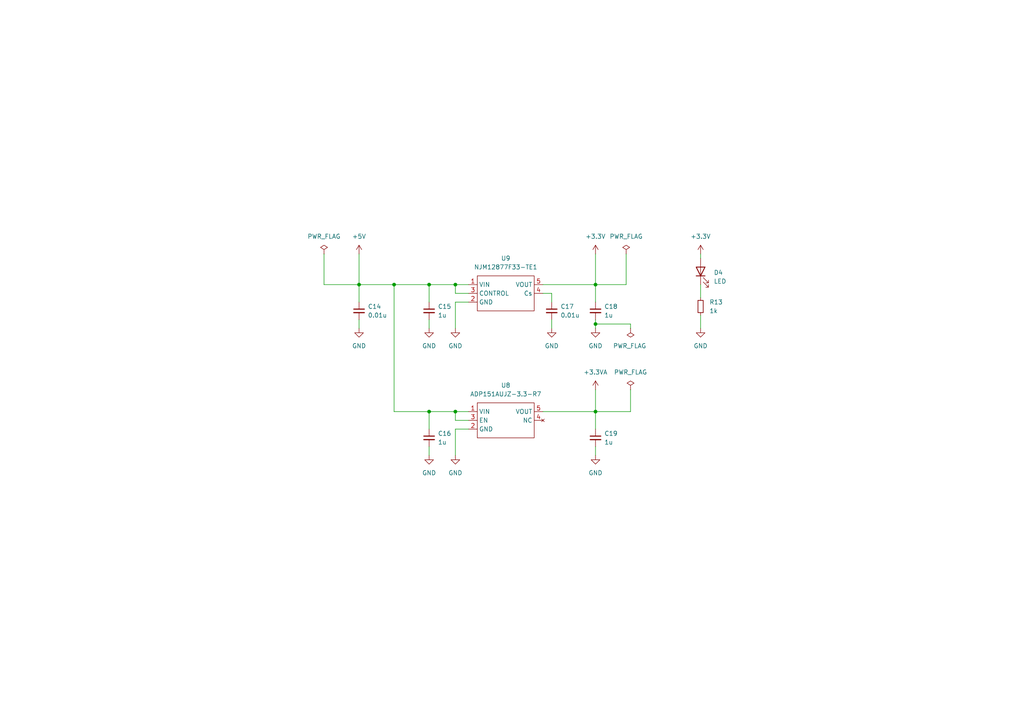
<source format=kicad_sch>
(kicad_sch (version 20211123) (generator eeschema)
  (paper "A4")
  (lib_symbols
    (symbol "Device:C_Small" (pin_numbers hide) (pin_names (offset 0.254) hide)
      (property "Reference" "C" (at 0.254 1.778 0))
      (property "Value" "C_Small" (at 0.254 -2.032 0))
      (symbol "C_Small_0_1"
        (polyline (pts (xy -1.524 -0.508) (xy 1.524 -0.508)) (stroke (width 0.3302)))
        (polyline (pts (xy -1.524 0.508) (xy 1.524 0.508)) (stroke (width 0.3048)))
      )
      (symbol "C_Small_1_1"
        (pin passive line (at 0 2.54 270) (length 2.032) (name "~") (number "1"))
        (pin passive line (at 0 -2.54 90) (length 2.032) (name "~") (number "2"))
      )
    )
    (symbol "Device:LED" (pin_numbers hide) (pin_names (offset 1.016) hide)
      (property "Reference" "D" (at 0 2.54 0))
      (property "Value" "LED" (at 0 -2.54 0))
      (symbol "LED_0_1"
        (polyline (pts (xy -1.27 -1.27) (xy -1.27 1.27)) (stroke (width 0.254)))
        (polyline (pts (xy -1.27 0) (xy 1.27 0)))
        (polyline (pts (xy 1.27 -1.27) (xy 1.27 1.27) (xy -1.27 0) (xy 1.27 -1.27)) (stroke (width 0.254)))
        (polyline (pts (xy -3.048 -0.762) (xy -4.572 -2.286) (xy -3.81 -2.286) (xy -4.572 -2.286) (xy -4.572 -1.524)))
        (polyline (pts (xy -1.778 -0.762) (xy -3.302 -2.286) (xy -2.54 -2.286) (xy -3.302 -2.286) (xy -3.302 -1.524)))
      )
      (symbol "LED_1_1"
        (pin passive line (at -3.81 0 0) (length 2.54) (name "K") (number "1"))
        (pin passive line (at 3.81 0 180) (length 2.54) (name "A") (number "2"))
      )
    )
    (symbol "Device:R_Small" (pin_numbers hide) (pin_names (offset 0.254) hide)
      (property "Reference" "R" (at 0.762 0.508 0))
      (property "Value" "R_Small" (at 0.762 -1.016 0))
      (symbol "R_Small_0_1"
        (rectangle (start -0.762 1.778) (end 0.762 -1.778) (stroke (width 0.2032)))
      )
      (symbol "R_Small_1_1"
        (pin passive line (at 0 2.54 270) (length 0.762) (name "~") (number "1"))
        (pin passive line (at 0 -2.54 90) (length 0.762) (name "~") (number "2"))
      )
    )
    (symbol "bldc_lib:ADP151AUJZ-3.3-R7"
      (property "Reference" "U" (at 0 2.54 0))
      (property "Value" "ADP151AUJZ-3.3-R7" (at 0 0 0))
      (symbol "ADP151AUJZ-3.3-R7_0_1"
        (rectangle (start -7.62 -2.54) (end 8.89 -12.7))
      )
      (symbol "ADP151AUJZ-3.3-R7_1_1"
        (pin input line (at -10.16 -5.08 0) (length 2.54) (name "VIN") (number "1"))
        (pin input line (at -10.16 -10.16 0) (length 2.54) (name "GND") (number "2"))
        (pin input line (at -10.16 -7.62 0) (length 2.54) (name "EN") (number "3"))
        (pin no_connect line (at 11.43 -7.62 180) (length 2.54) (name "NC") (number "4"))
        (pin input line (at 11.43 -5.08 180) (length 2.54) (name "VOUT") (number "5"))
      )
    )
    (symbol "bldc_lib:NJM12877F33-TE1"
      (property "Reference" "U" (at 0 2.54 0))
      (property "Value" "NJM12877F33-TE1" (at 0 0 0))
      (symbol "NJM12877F33-TE1_0_1"
        (rectangle (start -8.89 -2.54) (end 7.62 -12.7))
      )
      (symbol "NJM12877F33-TE1_1_1"
        (pin input line (at -11.43 -5.08 0) (length 2.54) (name "VIN") (number "1"))
        (pin input line (at -11.43 -10.16 0) (length 2.54) (name "GND") (number "2"))
        (pin input line (at -11.43 -7.62 0) (length 2.54) (name "CONTROL") (number "3"))
        (pin input line (at 10.16 -7.62 180) (length 2.54) (name "Cs") (number "4"))
        (pin input line (at 10.16 -5.08 180) (length 2.54) (name "VOUT") (number "5"))
      )
    )
    (symbol "power:+3.3V" (power) (pin_names (offset 0))
      (property "Value" "+3.3V" (at 0 3.556 0))
      (symbol "+3.3V_0_1"
        (polyline (pts (xy -0.762 1.27) (xy 0 2.54)))
        (polyline (pts (xy 0 0) (xy 0 2.54)))
        (polyline (pts (xy 0 2.54) (xy 0.762 1.27)))
      )
      (symbol "+3.3V_1_1"
        (pin power_in line (at 0 0 90) (length 0) hide (name "+3.3V") (number "1"))
      )
    )
    (symbol "power:+3.3VA" (power) (pin_names (offset 0))
      (property "Value" "+3.3VA" (at 0 3.556 0))
      (symbol "+3.3VA_0_1"
        (polyline (pts (xy -0.762 1.27) (xy 0 2.54)))
        (polyline (pts (xy 0 0) (xy 0 2.54)))
        (polyline (pts (xy 0 2.54) (xy 0.762 1.27)))
      )
      (symbol "+3.3VA_1_1"
        (pin power_in line (at 0 0 90) (length 0) hide (name "+3.3VA") (number "1"))
      )
    )
    (symbol "power:+5V" (power) (pin_names (offset 0))
      (property "Value" "+5V" (at 0 3.556 0))
      (symbol "+5V_0_1"
        (polyline (pts (xy -0.762 1.27) (xy 0 2.54)))
        (polyline (pts (xy 0 0) (xy 0 2.54)))
        (polyline (pts (xy 0 2.54) (xy 0.762 1.27)))
      )
      (symbol "+5V_1_1"
        (pin power_in line (at 0 0 90) (length 0) hide (name "+5V") (number "1"))
      )
    )
    (symbol "power:GND" (power) (pin_names (offset 0))
      (property "Value" "GND" (at 0 -3.81 0))
      (symbol "GND_0_1"
        (polyline (pts (xy 0 0) (xy 0 -1.27) (xy 1.27 -1.27) (xy 0 -2.54) (xy -1.27 -1.27) (xy 0 -1.27)))
      )
      (symbol "GND_1_1"
        (pin power_in line (at 0 0 270) (length 0) hide (name "GND") (number "1"))
      )
    )
    (symbol "power:PWR_FLAG" (power) (pin_numbers hide) (pin_names (offset 0) hide)
      (property "Value" "PWR_FLAG" (at 0 3.81 0))
      (symbol "PWR_FLAG_0_0"
        (pin power_out line (at 0 0 90) (length 0) (name "pwr") (number "1"))
      )
      (symbol "PWR_FLAG_0_1"
        (polyline (pts (xy 0 0) (xy 0 1.27) (xy -1.016 1.905) (xy 0 2.54) (xy 1.016 1.905) (xy 0 1.27)))
      )
    )
  )
  (junction (at 124.46 82.55))
  (junction (at 172.72 119.38))
  (junction (at 172.72 93.98))
  (junction (at 114.3 82.55))
  (junction (at 132.08 119.38))
  (junction (at 124.46 119.38))
  (junction (at 104.14 82.55))
  (junction (at 132.08 82.55))
  (junction (at 172.72 82.55))
  (wire (pts (xy 172.72 119.38) (xy 172.72 124.46)))
  (wire (pts (xy 124.46 129.54) (xy 124.46 132.08)))
  (wire (pts (xy 104.14 73.66) (xy 104.14 82.55)))
  (wire (pts (xy 124.46 119.38) (xy 114.3 119.38)))
  (wire (pts (xy 160.02 87.63) (xy 160.02 85.09)))
  (wire (pts (xy 182.88 93.98) (xy 172.72 93.98)))
  (wire (pts (xy 135.89 85.09) (xy 132.08 85.09)))
  (wire (pts (xy 132.08 132.08) (xy 132.08 124.46)))
  (wire (pts (xy 203.2 73.66) (xy 203.2 74.93)))
  (wire (pts (xy 132.08 124.46) (xy 135.89 124.46)))
  (wire (pts (xy 132.08 119.38) (xy 124.46 119.38)))
  (wire (pts (xy 182.88 119.38) (xy 172.72 119.38)))
  (wire (pts (xy 124.46 92.71) (xy 124.46 95.25)))
  (wire (pts (xy 172.72 82.55) (xy 172.72 87.63)))
  (wire (pts (xy 135.89 121.92) (xy 132.08 121.92)))
  (wire (pts (xy 124.46 82.55) (xy 124.46 87.63)))
  (wire (pts (xy 160.02 85.09) (xy 157.48 85.09)))
  (wire (pts (xy 182.88 113.03) (xy 182.88 119.38)))
  (wire (pts (xy 172.72 93.98) (xy 172.72 95.25)))
  (wire (pts (xy 203.2 95.25) (xy 203.2 91.44)))
  (wire (pts (xy 172.72 92.71) (xy 172.72 93.98)))
  (wire (pts (xy 124.46 119.38) (xy 124.46 124.46)))
  (wire (pts (xy 181.61 82.55) (xy 172.72 82.55)))
  (wire (pts (xy 114.3 82.55) (xy 124.46 82.55)))
  (wire (pts (xy 104.14 82.55) (xy 104.14 87.63)))
  (wire (pts (xy 132.08 121.92) (xy 132.08 119.38)))
  (wire (pts (xy 132.08 85.09) (xy 132.08 82.55)))
  (wire (pts (xy 135.89 87.63) (xy 132.08 87.63)))
  (wire (pts (xy 93.98 73.66) (xy 93.98 82.55)))
  (wire (pts (xy 135.89 119.38) (xy 132.08 119.38)))
  (wire (pts (xy 93.98 82.55) (xy 104.14 82.55)))
  (wire (pts (xy 203.2 82.55) (xy 203.2 86.36)))
  (wire (pts (xy 157.48 119.38) (xy 172.72 119.38)))
  (wire (pts (xy 132.08 82.55) (xy 135.89 82.55)))
  (wire (pts (xy 157.48 82.55) (xy 172.72 82.55)))
  (wire (pts (xy 124.46 82.55) (xy 132.08 82.55)))
  (wire (pts (xy 160.02 92.71) (xy 160.02 95.25)))
  (wire (pts (xy 181.61 73.66) (xy 181.61 82.55)))
  (wire (pts (xy 104.14 82.55) (xy 114.3 82.55)))
  (wire (pts (xy 114.3 119.38) (xy 114.3 82.55)))
  (wire (pts (xy 132.08 87.63) (xy 132.08 95.25)))
  (wire (pts (xy 172.72 129.54) (xy 172.72 132.08)))
  (wire (pts (xy 172.72 82.55) (xy 172.72 73.66)))
  (wire (pts (xy 104.14 92.71) (xy 104.14 95.25)))
  (wire (pts (xy 172.72 113.03) (xy 172.72 119.38)))
  (wire (pts (xy 182.88 95.25) (xy 182.88 93.98)))
  (symbol (lib_id "power:GND") (at 132.08 132.08 0) (unit 1)
    (property "Reference" "#PWR043" (effects hide))
    (property "Value" "GND" (at 132.08 137.16 0))
  )
  (symbol (lib_id "power:GND") (at 124.46 95.25 0) (unit 1)
    (property "Reference" "#PWR040" (effects hide))
    (property "Value" "GND" (at 124.46 100.33 0))
  )
  (symbol (lib_id "Device:C_Small") (at 160.02 90.17 0) (unit 1)
    (property "Reference" "C17" (at 162.56 88.9062 0) (effects (justify left)))
    (property "Value" "0.01u" (at 162.56 91.4462 0) (effects (justify left)))
    (property "Footprint" "Capacitor_SMD:C_0603_1608Metric_Pad1.08x0.95mm_HandSolder" (effects hide))
  )
  (symbol (lib_id "power:GND") (at 160.02 95.25 0) (unit 1)
    (property "Reference" "#PWR044" (effects hide))
    (property "Value" "GND" (at 160.02 100.33 0))
  )
  (symbol (lib_id "power:+3.3VA") (at 172.72 113.03 0) (unit 1)
    (property "Reference" "#PWR047" (effects hide))
    (property "Value" "+3.3VA" (at 172.72 107.95 0))
  )
  (symbol (lib_id "power:GND") (at 132.08 95.25 0) (unit 1)
    (property "Reference" "#PWR042" (effects hide))
    (property "Value" "GND" (at 132.08 100.33 0))
  )
  (symbol (lib_id "power:PWR_FLAG") (at 182.88 113.03 0) (unit 1)
    (property "Reference" "#FLG04" (effects hide))
    (property "Value" "PWR_FLAG" (at 182.88 107.95 0))
  )
  (symbol (lib_id "power:GND") (at 172.72 95.25 0) (unit 1)
    (property "Reference" "#PWR046" (effects hide))
    (property "Value" "GND" (at 172.72 100.33 0))
  )
  (symbol (lib_id "Device:C_Small") (at 172.72 127 0) (unit 1)
    (property "Reference" "C19" (at 175.26 125.7362 0) (effects (justify left)))
    (property "Value" "1u" (at 175.26 128.2762 0) (effects (justify left)))
    (property "Footprint" "Capacitor_SMD:C_0603_1608Metric_Pad1.08x0.95mm_HandSolder" (effects hide))
  )
  (symbol (lib_id "Device:LED") (at 203.2 78.74 90) (unit 1)
    (property "Reference" "D4" (at 207.01 79.0574 90) (effects (justify right)))
    (property "Value" "LED" (at 207.01 81.5974 90) (effects (justify right)))
    (property "Footprint" "LED_SMD:LED_0603_1608Metric_Pad1.05x0.95mm_HandSolder" (effects hide))
  )
  (symbol (lib_id "bldc_lib:NJM12877F33-TE1") (at 147.32 77.47 0) (unit 1)
    (property "Reference" "U9" (at 146.685 74.93 0))
    (property "Value" "NJM12877F33-TE1" (at 146.685 77.47 0))
    (property "Footprint" "Package_TO_SOT_SMD:SOT-23-5_HandSoldering" (effects hide))
  )
  (symbol (lib_id "Device:C_Small") (at 104.14 90.17 0) (unit 1)
    (property "Reference" "C14" (at 106.68 88.9062 0) (effects (justify left)))
    (property "Value" "0.01u" (at 106.68 91.4462 0) (effects (justify left)))
    (property "Footprint" "Capacitor_SMD:C_0603_1608Metric_Pad1.08x0.95mm_HandSolder" (effects hide))
  )
  (symbol (lib_id "power:GND") (at 124.46 132.08 0) (unit 1)
    (property "Reference" "#PWR041" (effects hide))
    (property "Value" "GND" (at 124.46 137.16 0))
  )
  (symbol (lib_id "Device:C_Small") (at 172.72 90.17 0) (unit 1)
    (property "Reference" "C18" (at 175.26 88.9062 0) (effects (justify left)))
    (property "Value" "1u" (at 175.26 91.4462 0) (effects (justify left)))
    (property "Footprint" "Capacitor_SMD:C_0603_1608Metric_Pad1.08x0.95mm_HandSolder" (effects hide))
  )
  (symbol (lib_id "power:PWR_FLAG") (at 93.98 73.66 0) (unit 1)
    (property "Reference" "#FLG01" (effects hide))
    (property "Value" "PWR_FLAG" (at 93.98 68.58 0))
  )
  (symbol (lib_id "power:+3.3V") (at 203.2 73.66 0) (unit 1)
    (property "Reference" "#PWR049" (effects hide))
    (property "Value" "+3.3V" (at 203.2 68.58 0))
  )
  (symbol (lib_id "power:GND") (at 172.72 132.08 0) (unit 1)
    (property "Reference" "#PWR048" (effects hide))
    (property "Value" "GND" (at 172.72 137.16 0))
  )
  (symbol (lib_id "bldc_lib:ADP151AUJZ-3.3-R7") (at 146.05 114.3 0) (unit 1)
    (property "Reference" "U8" (at 146.685 111.76 0))
    (property "Value" "ADP151AUJZ-3.3-R7" (at 146.685 114.3 0))
    (property "Footprint" "Package_TO_SOT_SMD:SOT-23-5_HandSoldering" (effects hide))
  )
  (symbol (lib_id "power:+3.3V") (at 172.72 73.66 0) (unit 1)
    (property "Reference" "#PWR045" (effects hide))
    (property "Value" "+3.3V" (at 172.72 68.58 0))
  )
  (symbol (lib_id "power:PWR_FLAG") (at 181.61 73.66 0) (unit 1)
    (property "Reference" "#FLG02" (effects hide))
    (property "Value" "PWR_FLAG" (at 181.61 68.58 0))
  )
  (symbol (lib_id "power:PWR_FLAG") (at 182.88 95.25 180) (unit 1)
    (property "Reference" "#FLG03" (effects hide))
    (property "Value" "PWR_FLAG" (at 177.8 100.33 0) (effects (justify right)))
  )
  (symbol (lib_id "power:GND") (at 203.2 95.25 0) (unit 1)
    (property "Reference" "#PWR050" (effects hide))
    (property "Value" "GND" (at 203.2 100.33 0))
  )
  (symbol (lib_id "power:+5V") (at 104.14 73.66 0) (unit 1)
    (property "Reference" "#PWR038" (effects hide))
    (property "Value" "+5V" (at 104.14 68.58 0))
  )
  (symbol (lib_id "power:GND") (at 104.14 95.25 0) (unit 1)
    (property "Reference" "#PWR039" (effects hide))
    (property "Value" "GND" (at 104.14 100.33 0))
  )
  (symbol (lib_id "Device:R_Small") (at 203.2 88.9 0) (unit 1)
    (property "Reference" "R13" (at 205.74 87.6299 0) (effects (justify left)))
    (property "Value" "1k" (at 205.74 90.1699 0) (effects (justify left)))
    (property "Footprint" "Resistor_SMD:R_0402_1005Metric_Pad0.72x0.64mm_HandSolder" (effects hide))
  )
  (symbol (lib_id "Device:C_Small") (at 124.46 127 0) (unit 1)
    (property "Reference" "C16" (at 127 125.7362 0) (effects (justify left)))
    (property "Value" "1u" (at 127 128.2762 0) (effects (justify left)))
    (property "Footprint" "Capacitor_SMD:C_0603_1608Metric_Pad1.08x0.95mm_HandSolder" (effects hide))
  )
  (symbol (lib_id "Device:C_Small") (at 124.46 90.17 0) (unit 1)
    (property "Reference" "C15" (at 127 88.9062 0) (effects (justify left)))
    (property "Value" "1u" (at 127 91.4462 0) (effects (justify left)))
    (property "Footprint" "Capacitor_SMD:C_0603_1608Metric_Pad1.08x0.95mm_HandSolder" (effects hide))
  )
)
</source>
